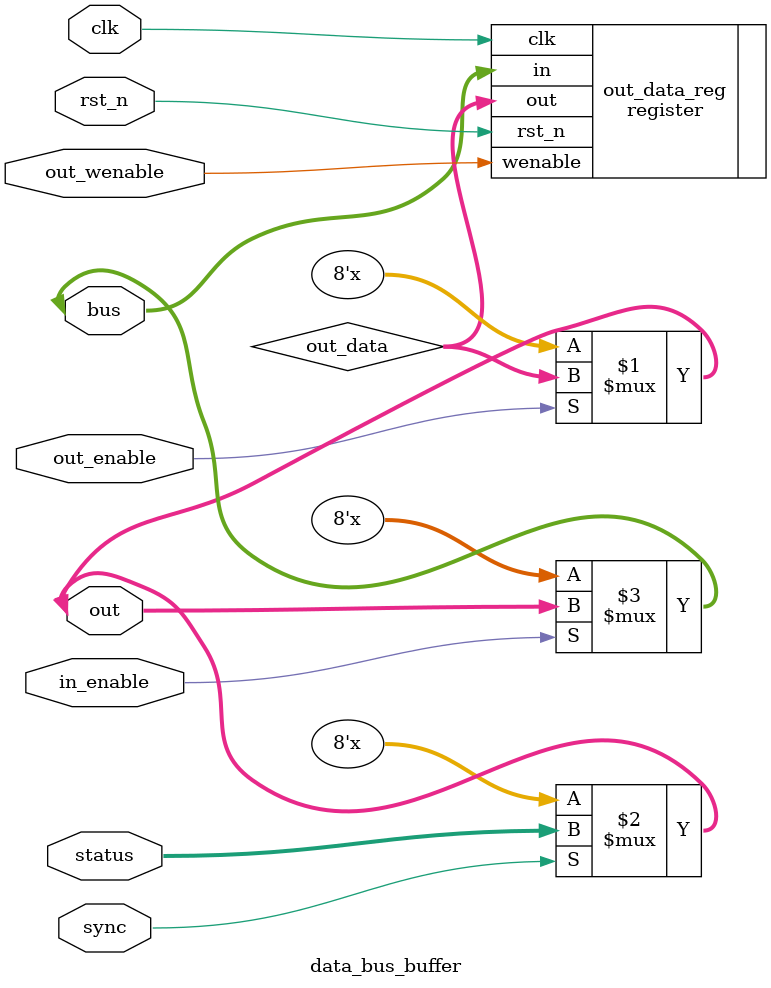
<source format=v>
`default_nettype none `timescale 1ns / 1ps

module data_bus_buffer #(
    parameter XLEN = 8
) (
    input wire clk,
    input wire rst_n,

    inout wire [XLEN-1:0] bus,
    input wire            sync,
    input wire [XLEN-1:0] status,
    input wire            out_wenable,
    input wire            out_enable,
    input wire            in_enable,

    inout tri [XLEN-1:0] out

);
  localparam ZZ = {XLEN{1'bz}};

  wire [XLEN-1:0] out_data;

  register #(
      .WIDTH(XLEN)
  ) out_data_reg (
      .clk  (clk),
      .rst_n(rst_n),

      .wenable(out_wenable),
      .in     (bus),
      .out    (out_data)
  );

  assign out = out_enable ? out_data : ZZ;
  assign out = sync ? status : ZZ;

  assign bus = in_enable ? out : ZZ;
endmodule

</source>
